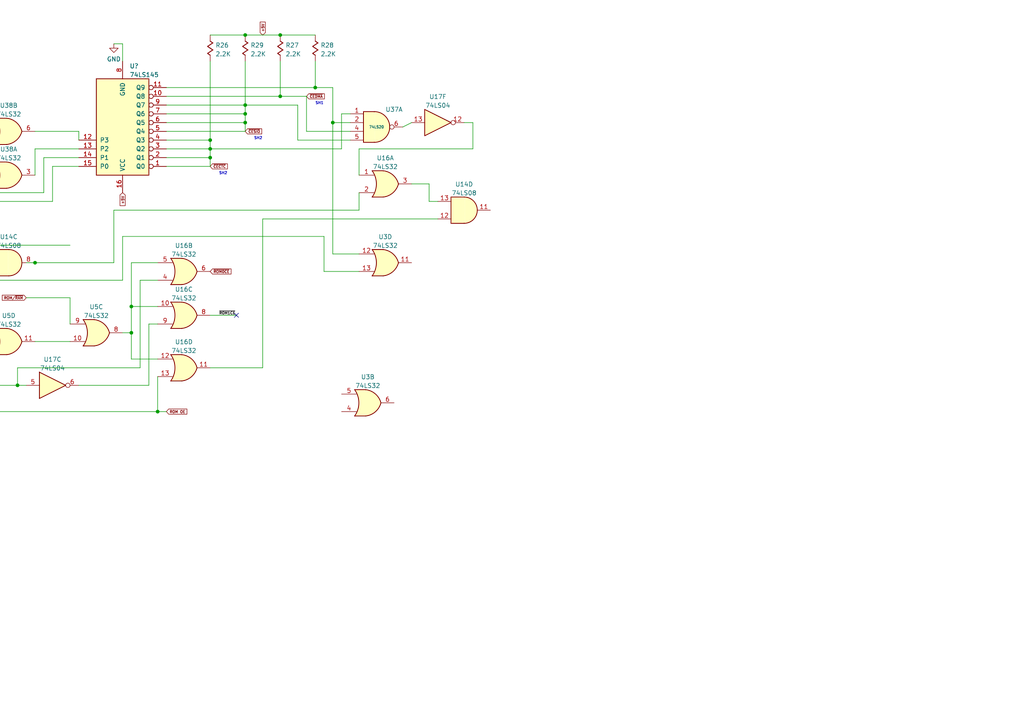
<source format=kicad_sch>
(kicad_sch (version 20211123) (generator eeschema)
  (paper "A4")
  (lib_symbols
    (symbol "74xx:74LS04"
      (property "Reference" "U" (at 0 1.27 0))
      (property "Value" "74LS04" (at 0 -1.27 0))
      (symbol "74LS04_1_0"
        (polyline (pts (xy -3.81 3.81) (xy -3.81 -3.81) (xy 3.81 0) (xy -3.81 3.81)) (stroke (width 0.254)) (fill (type background)))
        (pin input line (at -7.62 0 0) (length 3.81) (name "~") (number "1"))
        (pin output inverted (at 7.62 0 180) (length 3.81) (name "~") (number "2"))
      )
      (symbol "74LS04_2_0"
        (polyline (pts (xy -3.81 3.81) (xy -3.81 -3.81) (xy 3.81 0) (xy -3.81 3.81)) (stroke (width 0.254)) (fill (type background)))
        (pin input line (at -7.62 0 0) (length 3.81) (name "~") (number "3"))
        (pin output inverted (at 7.62 0 180) (length 3.81) (name "~") (number "4"))
      )
      (symbol "74LS04_3_0"
        (polyline (pts (xy -3.81 3.81) (xy -3.81 -3.81) (xy 3.81 0) (xy -3.81 3.81)) (stroke (width 0.254)) (fill (type background)))
        (pin input line (at -7.62 0 0) (length 3.81) (name "~") (number "5"))
        (pin output inverted (at 7.62 0 180) (length 3.81) (name "~") (number "6"))
      )
      (symbol "74LS04_4_0"
        (polyline (pts (xy -3.81 3.81) (xy -3.81 -3.81) (xy 3.81 0) (xy -3.81 3.81)) (stroke (width 0.254)) (fill (type background)))
        (pin output inverted (at 7.62 0 180) (length 3.81) (name "~") (number "8"))
        (pin input line (at -7.62 0 0) (length 3.81) (name "~") (number "9"))
      )
      (symbol "74LS04_5_0"
        (polyline (pts (xy -3.81 3.81) (xy -3.81 -3.81) (xy 3.81 0) (xy -3.81 3.81)) (stroke (width 0.254)) (fill (type background)))
        (pin output inverted (at 7.62 0 180) (length 3.81) (name "~") (number "10"))
        (pin input line (at -7.62 0 0) (length 3.81) (name "~") (number "11"))
      )
      (symbol "74LS04_6_0"
        (polyline (pts (xy -3.81 3.81) (xy -3.81 -3.81) (xy 3.81 0) (xy -3.81 3.81)) (stroke (width 0.254)) (fill (type background)))
        (pin output inverted (at 7.62 0 180) (length 3.81) (name "~") (number "12"))
        (pin input line (at -7.62 0 0) (length 3.81) (name "~") (number "13"))
      )
      (symbol "74LS04_7_0"
        (pin power_in line (at 0 12.7 270) (length 5.08) (name "VCC") (number "14"))
        (pin power_in line (at 0 -12.7 90) (length 5.08) (name "GND") (number "7"))
      )
      (symbol "74LS04_7_1"
        (rectangle (start -5.08 7.62) (end 5.08 -7.62) (stroke (width 0.254)) (fill (type background)))
      )
    )
    (symbol "74xx:74LS08" (pin_names (offset 1.016))
      (property "Reference" "U" (at 0 1.27 0))
      (property "Value" "74LS08" (at 0 -1.27 0))
      (symbol "74LS08_1_1"
        (arc (start 0 -3.81) (mid 3.81 0) (end 0 3.81) (stroke (width 0.254)) (fill (type background)))
        (polyline (pts (xy 0 3.81) (xy -3.81 3.81) (xy -3.81 -3.81) (xy 0 -3.81)) (stroke (width 0.254)) (fill (type background)))
        (pin input line (at -7.62 2.54 0) (length 3.81) (name "~") (number "1"))
        (pin input line (at -7.62 -2.54 0) (length 3.81) (name "~") (number "2"))
        (pin output line (at 7.62 0 180) (length 3.81) (name "~") (number "3"))
      )
      (symbol "74LS08_1_2"
        (arc (start -3.81 -3.81) (mid -2.589 0) (end -3.81 3.81) (stroke (width 0.254)))
        (arc (start -0.6096 -3.81) (mid 2.1842 -2.5851) (end 3.81 0) (stroke (width 0.254)) (fill (type background)))
        (polyline (pts (xy -3.81 -3.81) (xy -0.635 -3.81)) (stroke (width 0.254)) (fill (type background)))
        (polyline (pts (xy -3.81 3.81) (xy -0.635 3.81)) (stroke (width 0.254)) (fill (type background)))
        (polyline (pts (xy -0.635 3.81) (xy -3.81 3.81) (xy -3.81 3.81) (xy -3.556 3.4036) (xy -3.0226 2.2606) (xy -2.6924 1.0414) (xy -2.6162 -0.254) (xy -2.7686 -1.4986) (xy -3.175 -2.7178) (xy -3.81 -3.81) (xy -3.81 -3.81) (xy -0.635 -3.81)) (stroke (width -25.4)) (fill (type background)))
        (arc (start 3.81 0) (mid 2.1915 2.5936) (end -0.6096 3.81) (stroke (width 0.254)) (fill (type background)))
        (pin input inverted (at -7.62 2.54 0) (length 4.318) (name "~") (number "1"))
        (pin input inverted (at -7.62 -2.54 0) (length 4.318) (name "~") (number "2"))
        (pin output inverted (at 7.62 0 180) (length 3.81) (name "~") (number "3"))
      )
      (symbol "74LS08_2_1"
        (arc (start 0 -3.81) (mid 3.81 0) (end 0 3.81) (stroke (width 0.254)) (fill (type background)))
        (polyline (pts (xy 0 3.81) (xy -3.81 3.81) (xy -3.81 -3.81) (xy 0 -3.81)) (stroke (width 0.254)) (fill (type background)))
        (pin input line (at -7.62 2.54 0) (length 3.81) (name "~") (number "4"))
        (pin input line (at -7.62 -2.54 0) (length 3.81) (name "~") (number "5"))
        (pin output line (at 7.62 0 180) (length 3.81) (name "~") (number "6"))
      )
      (symbol "74LS08_2_2"
        (arc (start -3.81 -3.81) (mid -2.589 0) (end -3.81 3.81) (stroke (width 0.254)))
        (arc (start -0.6096 -3.81) (mid 2.1842 -2.5851) (end 3.81 0) (stroke (width 0.254)) (fill (type background)))
        (polyline (pts (xy -3.81 -3.81) (xy -0.635 -3.81)) (stroke (width 0.254)) (fill (type background)))
        (polyline (pts (xy -3.81 3.81) (xy -0.635 3.81)) (stroke (width 0.254)) (fill (type background)))
        (polyline (pts (xy -0.635 3.81) (xy -3.81 3.81) (xy -3.81 3.81) (xy -3.556 3.4036) (xy -3.0226 2.2606) (xy -2.6924 1.0414) (xy -2.6162 -0.254) (xy -2.7686 -1.4986) (xy -3.175 -2.7178) (xy -3.81 -3.81) (xy -3.81 -3.81) (xy -0.635 -3.81)) (stroke (width -25.4)) (fill (type background)))
        (arc (start 3.81 0) (mid 2.1915 2.5936) (end -0.6096 3.81) (stroke (width 0.254)) (fill (type background)))
        (pin input inverted (at -7.62 2.54 0) (length 4.318) (name "~") (number "4"))
        (pin input inverted (at -7.62 -2.54 0) (length 4.318) (name "~") (number "5"))
        (pin output inverted (at 7.62 0 180) (length 3.81) (name "~") (number "6"))
      )
      (symbol "74LS08_3_1"
        (arc (start 0 -3.81) (mid 3.81 0) (end 0 3.81) (stroke (width 0.254)) (fill (type background)))
        (polyline (pts (xy 0 3.81) (xy -3.81 3.81) (xy -3.81 -3.81) (xy 0 -3.81)) (stroke (width 0.254)) (fill (type background)))
        (pin input line (at -7.62 -2.54 0) (length 3.81) (name "~") (number "10"))
        (pin output line (at 7.62 0 180) (length 3.81) (name "~") (number "8"))
        (pin input line (at -7.62 2.54 0) (length 3.81) (name "~") (number "9"))
      )
      (symbol "74LS08_3_2"
        (arc (start -3.81 -3.81) (mid -2.589 0) (end -3.81 3.81) (stroke (width 0.254)))
        (arc (start -0.6096 -3.81) (mid 2.1842 -2.5851) (end 3.81 0) (stroke (width 0.254)) (fill (type background)))
        (polyline (pts (xy -3.81 -3.81) (xy -0.635 -3.81)) (stroke (width 0.254)) (fill (type background)))
        (polyline (pts (xy -3.81 3.81) (xy -0.635 3.81)) (stroke (width 0.254)) (fill (type background)))
        (polyline (pts (xy -0.635 3.81) (xy -3.81 3.81) (xy -3.81 3.81) (xy -3.556 3.4036) (xy -3.0226 2.2606) (xy -2.6924 1.0414) (xy -2.6162 -0.254) (xy -2.7686 -1.4986) (xy -3.175 -2.7178) (xy -3.81 -3.81) (xy -3.81 -3.81) (xy -0.635 -3.81)) (stroke (width -25.4)) (fill (type background)))
        (arc (start 3.81 0) (mid 2.1915 2.5936) (end -0.6096 3.81) (stroke (width 0.254)) (fill (type background)))
        (pin input inverted (at -7.62 -2.54 0) (length 4.318) (name "~") (number "10"))
        (pin output inverted (at 7.62 0 180) (length 3.81) (name "~") (number "8"))
        (pin input inverted (at -7.62 2.54 0) (length 4.318) (name "~") (number "9"))
      )
      (symbol "74LS08_4_1"
        (arc (start 0 -3.81) (mid 3.81 0) (end 0 3.81) (stroke (width 0.254)) (fill (type background)))
        (polyline (pts (xy 0 3.81) (xy -3.81 3.81) (xy -3.81 -3.81) (xy 0 -3.81)) (stroke (width 0.254)) (fill (type background)))
        (pin output line (at 7.62 0 180) (length 3.81) (name "~") (number "11"))
        (pin input line (at -7.62 2.54 0) (length 3.81) (name "~") (number "12"))
        (pin input line (at -7.62 -2.54 0) (length 3.81) (name "~") (number "13"))
      )
      (symbol "74LS08_4_2"
        (arc (start -3.81 -3.81) (mid -2.589 0) (end -3.81 3.81) (stroke (width 0.254)))
        (arc (start -0.6096 -3.81) (mid 2.1842 -2.5851) (end 3.81 0) (stroke (width 0.254)) (fill (type background)))
        (polyline (pts (xy -3.81 -3.81) (xy -0.635 -3.81)) (stroke (width 0.254)) (fill (type background)))
        (polyline (pts (xy -3.81 3.81) (xy -0.635 3.81)) (stroke (width 0.254)) (fill (type background)))
        (polyline (pts (xy -0.635 3.81) (xy -3.81 3.81) (xy -3.81 3.81) (xy -3.556 3.4036) (xy -3.0226 2.2606) (xy -2.6924 1.0414) (xy -2.6162 -0.254) (xy -2.7686 -1.4986) (xy -3.175 -2.7178) (xy -3.81 -3.81) (xy -3.81 -3.81) (xy -0.635 -3.81)) (stroke (width -25.4)) (fill (type background)))
        (arc (start 3.81 0) (mid 2.1915 2.5936) (end -0.6096 3.81) (stroke (width 0.254)) (fill (type background)))
        (pin output inverted (at 7.62 0 180) (length 3.81) (name "~") (number "11"))
        (pin input inverted (at -7.62 2.54 0) (length 4.318) (name "~") (number "12"))
        (pin input inverted (at -7.62 -2.54 0) (length 4.318) (name "~") (number "13"))
      )
      (symbol "74LS08_5_0"
        (pin power_in line (at 0 12.7 270) (length 5.08) (name "VCC") (number "14"))
        (pin power_in line (at 0 -12.7 90) (length 5.08) (name "GND") (number "7"))
      )
      (symbol "74LS08_5_1"
        (rectangle (start -5.08 7.62) (end 5.08 -7.62) (stroke (width 0.254)) (fill (type background)))
      )
    )
    (symbol "74xx:74LS145" (pin_names (offset 1.016))
      (property "Reference" "U" (at -7.62 13.97 0))
      (property "Value" "74LS145" (at -7.62 -16.51 0))
      (symbol "74LS145_1_0"
        (pin open_collector inverted (at 12.7 10.16 180) (length 5.08) (name "Q0") (number "1"))
        (pin open_collector inverted (at 12.7 -10.16 180) (length 5.08) (name "Q8") (number "10"))
        (pin open_collector inverted (at 12.7 -12.7 180) (length 5.08) (name "Q9") (number "11"))
        (pin input line (at -12.7 2.54 0) (length 5.08) (name "P3") (number "12"))
        (pin input line (at -12.7 5.08 0) (length 5.08) (name "P2") (number "13"))
        (pin input line (at -12.7 7.62 0) (length 5.08) (name "P1") (number "14"))
        (pin input line (at -12.7 10.16 0) (length 5.08) (name "P0") (number "15"))
        (pin power_in line (at 0 17.78 270) (length 5.08) (name "VCC") (number "16"))
        (pin open_collector inverted (at 12.7 7.62 180) (length 5.08) (name "Q1") (number "2"))
        (pin open_collector inverted (at 12.7 5.08 180) (length 5.08) (name "Q2") (number "3"))
        (pin open_collector inverted (at 12.7 2.54 180) (length 5.08) (name "Q3") (number "4"))
        (pin open_collector inverted (at 12.7 0 180) (length 5.08) (name "Q4") (number "5"))
        (pin open_collector inverted (at 12.7 -2.54 180) (length 5.08) (name "Q5") (number "6"))
        (pin open_collector inverted (at 12.7 -5.08 180) (length 5.08) (name "Q6") (number "7"))
        (pin power_in line (at 0 -20.32 90) (length 5.08) (name "GND") (number "8"))
        (pin open_collector inverted (at 12.7 -7.62 180) (length 5.08) (name "Q7") (number "9"))
      )
      (symbol "74LS145_1_1"
        (rectangle (start -7.62 12.7) (end 7.62 -15.24) (stroke (width 0.254)) (fill (type background)))
      )
    )
    (symbol "74xx:74LS20" (pin_names (offset 1.016))
      (property "Reference" "U" (at 0 1.27 0))
      (property "Value" "74LS20" (at 0 -1.27 0))
      (symbol "74LS20_1_1"
        (arc (start -0.635 -4.445) (mid 3.81 0) (end -0.635 4.445) (stroke (width 0.254)) (fill (type background)))
        (polyline (pts (xy -0.635 4.445) (xy -3.81 4.445) (xy -3.81 -4.445) (xy -0.635 -4.445)) (stroke (width 0.254)) (fill (type background)))
        (pin input line (at -7.62 3.81 0) (length 3.81) (name "~") (number "1"))
        (pin input line (at -7.62 1.27 0) (length 3.81) (name "~") (number "2"))
        (pin input line (at -7.62 -1.27 0) (length 3.81) (name "~") (number "4"))
        (pin input line (at -7.62 -3.81 0) (length 3.81) (name "~") (number "5"))
        (pin output inverted (at 7.62 0 180) (length 3.81) (name "~") (number "6"))
      )
      (symbol "74LS20_1_2"
        (arc (start -3.81 -4.445) (mid -2.5908 0) (end -3.81 4.445) (stroke (width 0.254)))
        (arc (start -0.6096 -4.445) (mid 2.2246 -2.8422) (end 3.81 0) (stroke (width 0.254)) (fill (type background)))
        (polyline (pts (xy -3.81 -4.445) (xy -0.635 -4.445)) (stroke (width 0.254)) (fill (type background)))
        (polyline (pts (xy -3.81 4.445) (xy -0.635 4.445)) (stroke (width 0.254)) (fill (type background)))
        (polyline (pts (xy -0.635 4.445) (xy -3.81 4.445) (xy -3.81 4.445) (xy -3.6322 4.0894) (xy -3.0988 2.921) (xy -2.7686 1.6764) (xy -2.6162 0.4318) (xy -2.6416 -0.8636) (xy -2.8702 -2.1082) (xy -3.2512 -3.3274) (xy -3.81 -4.445) (xy -3.81 -4.445) (xy -0.635 -4.445)) (stroke (width -25.4)) (fill (type background)))
        (arc (start 3.81 0) (mid 2.2204 2.8379) (end -0.6096 4.445) (stroke (width 0.254)) (fill (type background)))
        (pin input inverted (at -7.62 3.81 0) (length 3.81) (name "~") (number "1"))
        (pin input inverted (at -7.62 1.27 0) (length 4.826) (name "~") (number "2"))
        (pin input inverted (at -7.62 -1.27 0) (length 4.826) (name "~") (number "4"))
        (pin input inverted (at -7.62 -3.81 0) (length 3.81) (name "~") (number "5"))
        (pin output line (at 7.62 0 180) (length 3.81) (name "~") (number "6"))
      )
      (symbol "74LS20_2_1"
        (arc (start -0.635 -4.445) (mid 3.81 0) (end -0.635 4.445) (stroke (width 0.254)) (fill (type background)))
        (polyline (pts (xy -0.635 4.445) (xy -3.81 4.445) (xy -3.81 -4.445) (xy -0.635 -4.445)) (stroke (width 0.254)) (fill (type background)))
        (pin input line (at -7.62 1.27 0) (length 3.81) (name "~") (number "10"))
        (pin input line (at -7.62 -1.27 0) (length 3.81) (name "~") (number "12"))
        (pin input line (at -7.62 -3.81 0) (length 3.81) (name "~") (number "13"))
        (pin output inverted (at 7.62 0 180) (length 3.81) (name "~") (number "8"))
        (pin input line (at -7.62 3.81 0) (length 3.81) (name "~") (number "9"))
      )
      (symbol "74LS20_2_2"
        (arc (start -3.81 -4.445) (mid -2.5908 0) (end -3.81 4.445) (stroke (width 0.254)))
        (arc (start -0.6096 -4.445) (mid 2.2246 -2.8422) (end 3.81 0) (stroke (width 0.254)) (fill (type background)))
        (polyline (pts (xy -3.81 -4.445) (xy -0.635 -4.445)) (stroke (width 0.254)) (fill (type background)))
        (polyline (pts (xy -3.81 4.445) (xy -0.635 4.445)) (stroke (width 0.254)) (fill (type background)))
        (polyline (pts (xy -0.635 4.445) (xy -3.81 4.445) (xy -3.81 4.445) (xy -3.6322 4.0894) (xy -3.0988 2.921) (xy -2.7686 1.6764) (xy -2.6162 0.4318) (xy -2.6416 -0.8636) (xy -2.8702 -2.1082) (xy -3.2512 -3.3274) (xy -3.81 -4.445) (xy -3.81 -4.445) (xy -0.635 -4.445)) (stroke (width -25.4)) (fill (type background)))
        (arc (start 3.81 0) (mid 2.2204 2.8379) (end -0.6096 4.445) (stroke (width 0.254)) (fill (type background)))
        (pin input inverted (at -7.62 1.27 0) (length 4.826) (name "~") (number "10"))
        (pin input inverted (at -7.62 -1.27 0) (length 4.826) (name "~") (number "12"))
        (pin input inverted (at -7.62 -3.81 0) (length 3.81) (name "~") (number "13"))
        (pin output line (at 7.62 0 180) (length 3.81) (name "~") (number "8"))
        (pin input inverted (at -7.62 3.81 0) (length 3.81) (name "~") (number "9"))
      )
      (symbol "74LS20_3_0"
        (pin power_in line (at 0 12.7 270) (length 5.08) (name "VCC") (number "14"))
        (pin power_in line (at 0 -12.7 90) (length 5.08) (name "GND") (number "7"))
      )
      (symbol "74LS20_3_1"
        (rectangle (start -5.08 7.62) (end 5.08 -7.62) (stroke (width 0.254)) (fill (type background)))
      )
    )
    (symbol "74xx:74LS32" (pin_names (offset 1.016))
      (property "Reference" "U" (at 0 1.27 0))
      (property "Value" "74LS32" (at 0 -1.27 0))
      (symbol "74LS32_1_1"
        (arc (start -3.81 -3.81) (mid -2.589 0) (end -3.81 3.81) (stroke (width 0.254)))
        (arc (start -0.6096 -3.81) (mid 2.1842 -2.5851) (end 3.81 0) (stroke (width 0.254)) (fill (type background)))
        (polyline (pts (xy -3.81 -3.81) (xy -0.635 -3.81)) (stroke (width 0.254)) (fill (type background)))
        (polyline (pts (xy -3.81 3.81) (xy -0.635 3.81)) (stroke (width 0.254)) (fill (type background)))
        (polyline (pts (xy -0.635 3.81) (xy -3.81 3.81) (xy -3.81 3.81) (xy -3.556 3.4036) (xy -3.0226 2.2606) (xy -2.6924 1.0414) (xy -2.6162 -0.254) (xy -2.7686 -1.4986) (xy -3.175 -2.7178) (xy -3.81 -3.81) (xy -3.81 -3.81) (xy -0.635 -3.81)) (stroke (width -25.4)) (fill (type background)))
        (arc (start 3.81 0) (mid 2.1915 2.5936) (end -0.6096 3.81) (stroke (width 0.254)) (fill (type background)))
        (pin input line (at -7.62 2.54 0) (length 4.318) (name "~") (number "1"))
        (pin input line (at -7.62 -2.54 0) (length 4.318) (name "~") (number "2"))
        (pin output line (at 7.62 0 180) (length 3.81) (name "~") (number "3"))
      )
      (symbol "74LS32_1_2"
        (arc (start 0 -3.81) (mid 3.81 0) (end 0 3.81) (stroke (width 0.254)) (fill (type background)))
        (polyline (pts (xy 0 3.81) (xy -3.81 3.81) (xy -3.81 -3.81) (xy 0 -3.81)) (stroke (width 0.254)) (fill (type background)))
        (pin input inverted (at -7.62 2.54 0) (length 3.81) (name "~") (number "1"))
        (pin input inverted (at -7.62 -2.54 0) (length 3.81) (name "~") (number "2"))
        (pin output inverted (at 7.62 0 180) (length 3.81) (name "~") (number "3"))
      )
      (symbol "74LS32_2_1"
        (arc (start -3.81 -3.81) (mid -2.589 0) (end -3.81 3.81) (stroke (width 0.254)))
        (arc (start -0.6096 -3.81) (mid 2.1842 -2.5851) (end 3.81 0) (stroke (width 0.254)) (fill (type background)))
        (polyline (pts (xy -3.81 -3.81) (xy -0.635 -3.81)) (stroke (width 0.254)) (fill (type background)))
        (polyline (pts (xy -3.81 3.81) (xy -0.635 3.81)) (stroke (width 0.254)) (fill (type background)))
        (polyline (pts (xy -0.635 3.81) (xy -3.81 3.81) (xy -3.81 3.81) (xy -3.556 3.4036) (xy -3.0226 2.2606) (xy -2.6924 1.0414) (xy -2.6162 -0.254) (xy -2.7686 -1.4986) (xy -3.175 -2.7178) (xy -3.81 -3.81) (xy -3.81 -3.81) (xy -0.635 -3.81)) (stroke (width -25.4)) (fill (type background)))
        (arc (start 3.81 0) (mid 2.1915 2.5936) (end -0.6096 3.81) (stroke (width 0.254)) (fill (type background)))
        (pin input line (at -7.62 2.54 0) (length 4.318) (name "~") (number "4"))
        (pin input line (at -7.62 -2.54 0) (length 4.318) (name "~") (number "5"))
        (pin output line (at 7.62 0 180) (length 3.81) (name "~") (number "6"))
      )
      (symbol "74LS32_2_2"
        (arc (start 0 -3.81) (mid 3.81 0) (end 0 3.81) (stroke (width 0.254)) (fill (type background)))
        (polyline (pts (xy 0 3.81) (xy -3.81 3.81) (xy -3.81 -3.81) (xy 0 -3.81)) (stroke (width 0.254)) (fill (type background)))
        (pin input inverted (at -7.62 2.54 0) (length 3.81) (name "~") (number "4"))
        (pin input inverted (at -7.62 -2.54 0) (length 3.81) (name "~") (number "5"))
        (pin output inverted (at 7.62 0 180) (length 3.81) (name "~") (number "6"))
      )
      (symbol "74LS32_3_1"
        (arc (start -3.81 -3.81) (mid -2.589 0) (end -3.81 3.81) (stroke (width 0.254)))
        (arc (start -0.6096 -3.81) (mid 2.1842 -2.5851) (end 3.81 0) (stroke (width 0.254)) (fill (type background)))
        (polyline (pts (xy -3.81 -3.81) (xy -0.635 -3.81)) (stroke (width 0.254)) (fill (type background)))
        (polyline (pts (xy -3.81 3.81) (xy -0.635 3.81)) (stroke (width 0.254)) (fill (type background)))
        (polyline (pts (xy -0.635 3.81) (xy -3.81 3.81) (xy -3.81 3.81) (xy -3.556 3.4036) (xy -3.0226 2.2606) (xy -2.6924 1.0414) (xy -2.6162 -0.254) (xy -2.7686 -1.4986) (xy -3.175 -2.7178) (xy -3.81 -3.81) (xy -3.81 -3.81) (xy -0.635 -3.81)) (stroke (width -25.4)) (fill (type background)))
        (arc (start 3.81 0) (mid 2.1915 2.5936) (end -0.6096 3.81) (stroke (width 0.254)) (fill (type background)))
        (pin input line (at -7.62 -2.54 0) (length 4.318) (name "~") (number "10"))
        (pin output line (at 7.62 0 180) (length 3.81) (name "~") (number "8"))
        (pin input line (at -7.62 2.54 0) (length 4.318) (name "~") (number "9"))
      )
      (symbol "74LS32_3_2"
        (arc (start 0 -3.81) (mid 3.81 0) (end 0 3.81) (stroke (width 0.254)) (fill (type background)))
        (polyline (pts (xy 0 3.81) (xy -3.81 3.81) (xy -3.81 -3.81) (xy 0 -3.81)) (stroke (width 0.254)) (fill (type background)))
        (pin input inverted (at -7.62 -2.54 0) (length 3.81) (name "~") (number "10"))
        (pin output inverted (at 7.62 0 180) (length 3.81) (name "~") (number "8"))
        (pin input inverted (at -7.62 2.54 0) (length 3.81) (name "~") (number "9"))
      )
      (symbol "74LS32_4_1"
        (arc (start -3.81 -3.81) (mid -2.589 0) (end -3.81 3.81) (stroke (width 0.254)))
        (arc (start -0.6096 -3.81) (mid 2.1842 -2.5851) (end 3.81 0) (stroke (width 0.254)) (fill (type background)))
        (polyline (pts (xy -3.81 -3.81) (xy -0.635 -3.81)) (stroke (width 0.254)) (fill (type background)))
        (polyline (pts (xy -3.81 3.81) (xy -0.635 3.81)) (stroke (width 0.254)) (fill (type background)))
        (polyline (pts (xy -0.635 3.81) (xy -3.81 3.81) (xy -3.81 3.81) (xy -3.556 3.4036) (xy -3.0226 2.2606) (xy -2.6924 1.0414) (xy -2.6162 -0.254) (xy -2.7686 -1.4986) (xy -3.175 -2.7178) (xy -3.81 -3.81) (xy -3.81 -3.81) (xy -0.635 -3.81)) (stroke (width -25.4)) (fill (type background)))
        (arc (start 3.81 0) (mid 2.1915 2.5936) (end -0.6096 3.81) (stroke (width 0.254)) (fill (type background)))
        (pin output line (at 7.62 0 180) (length 3.81) (name "~") (number "11"))
        (pin input line (at -7.62 2.54 0) (length 4.318) (name "~") (number "12"))
        (pin input line (at -7.62 -2.54 0) (length 4.318) (name "~") (number "13"))
      )
      (symbol "74LS32_4_2"
        (arc (start 0 -3.81) (mid 3.81 0) (end 0 3.81) (stroke (width 0.254)) (fill (type background)))
        (polyline (pts (xy 0 3.81) (xy -3.81 3.81) (xy -3.81 -3.81) (xy 0 -3.81)) (stroke (width 0.254)) (fill (type background)))
        (pin output inverted (at 7.62 0 180) (length 3.81) (name "~") (number "11"))
        (pin input inverted (at -7.62 2.54 0) (length 3.81) (name "~") (number "12"))
        (pin input inverted (at -7.62 -2.54 0) (length 3.81) (name "~") (number "13"))
      )
      (symbol "74LS32_5_0"
        (pin power_in line (at 0 12.7 270) (length 5.08) (name "VCC") (number "14"))
        (pin power_in line (at 0 -12.7 90) (length 5.08) (name "GND") (number "7"))
      )
      (symbol "74LS32_5_1"
        (rectangle (start -5.08 7.62) (end 5.08 -7.62) (stroke (width 0.254)) (fill (type background)))
      )
    )
    (symbol "ArfonSymbols:Resistor" (pin_numbers hide) (pin_names (offset 0) hide)
      (property "Reference" "R?" (at 3.81 2.54 0))
      (property "Value" "Resistor" (at 4.318 -1.778 0))
      (symbol "Resistor_0_1"
        (polyline (pts (xy 1.778 0) (xy 1.27 0)))
        (polyline (pts (xy 3.302 -0.762) (xy 3.81 0)) (stroke (width 0.254)))
        (polyline (pts (xy 5.334 -0.762) (xy 5.842 0)) (stroke (width 0.254)))
        (polyline (pts (xy 5.842 0) (xy 6.35 0)))
        (polyline (pts (xy 1.778 0) (xy 2.286 0.762) (xy 3.302 -0.762)) (stroke (width 0.254)))
      )
      (symbol "Resistor_1_1"
        (polyline (pts (xy 3.81 0) (xy 4.318 0.762) (xy 5.334 -0.762)) (stroke (width 0.254)))
        (pin passive line (at 0 0 0) (length 1.27) (name "1") (number "1"))
        (pin passive line (at 7.62 0 180) (length 1.27) (name "2") (number "2"))
      )
    )
    (symbol "Resistor_1" (pin_numbers hide) (pin_names (offset 0) hide)
      (property "Reference" "R?" (at 3.81 2.54 0))
      (property "Value" "Resistor_1" (at 4.318 -1.778 0))
      (symbol "Resistor_1_0_1"
        (polyline (pts (xy 1.778 0) (xy 1.27 0)))
        (polyline (pts (xy 3.302 -0.762) (xy 3.81 0)) (stroke (width 0.254)))
        (polyline (pts (xy 5.334 -0.762) (xy 5.842 0)) (stroke (width 0.254)))
        (polyline (pts (xy 5.842 0) (xy 6.35 0)))
        (polyline (pts (xy 1.778 0) (xy 2.286 0.762) (xy 3.302 -0.762)) (stroke (width 0.254)))
      )
      (symbol "Resistor_1_1_1"
        (polyline (pts (xy 3.81 0) (xy 4.318 0.762) (xy 5.334 -0.762)) (stroke (width 0.254)))
        (pin passive line (at 0 0 0) (length 1.27) (name "1") (number "1"))
        (pin passive line (at 7.62 0 180) (length 1.27) (name "2") (number "2"))
      )
    )
    (symbol "Resistor_2" (pin_numbers hide) (pin_names (offset 0) hide)
      (property "Reference" "R?" (at 3.81 2.54 0))
      (property "Value" "Resistor_2" (at 4.318 -1.778 0))
      (symbol "Resistor_2_0_1"
        (polyline (pts (xy 1.778 0) (xy 1.27 0)))
        (polyline (pts (xy 3.302 -0.762) (xy 3.81 0)) (stroke (width 0.254)))
        (polyline (pts (xy 5.334 -0.762) (xy 5.842 0)) (stroke (width 0.254)))
        (polyline (pts (xy 5.842 0) (xy 6.35 0)))
        (polyline (pts (xy 1.778 0) (xy 2.286 0.762) (xy 3.302 -0.762)) (stroke (width 0.254)))
      )
      (symbol "Resistor_2_1_1"
        (polyline (pts (xy 3.81 0) (xy 4.318 0.762) (xy 5.334 -0.762)) (stroke (width 0.254)))
        (pin passive line (at 0 0 0) (length 1.27) (name "1") (number "1"))
        (pin passive line (at 7.62 0 180) (length 1.27) (name "2") (number "2"))
      )
    )
    (symbol "Resistor_3" (pin_numbers hide) (pin_names (offset 0) hide)
      (property "Reference" "R?" (at 3.81 2.54 0))
      (property "Value" "Resistor_3" (at 4.318 -1.778 0))
      (symbol "Resistor_3_0_1"
        (polyline (pts (xy 1.778 0) (xy 1.27 0)))
        (polyline (pts (xy 3.302 -0.762) (xy 3.81 0)) (stroke (width 0.254)))
        (polyline (pts (xy 5.334 -0.762) (xy 5.842 0)) (stroke (width 0.254)))
        (polyline (pts (xy 5.842 0) (xy 6.35 0)))
        (polyline (pts (xy 1.778 0) (xy 2.286 0.762) (xy 3.302 -0.762)) (stroke (width 0.254)))
      )
      (symbol "Resistor_3_1_1"
        (polyline (pts (xy 3.81 0) (xy 4.318 0.762) (xy 5.334 -0.762)) (stroke (width 0.254)))
        (pin passive line (at 0 0 0) (length 1.27) (name "1") (number "1"))
        (pin passive line (at 7.62 0 180) (length 1.27) (name "2") (number "2"))
      )
    )
    (symbol "power:GND" (power) (pin_names (offset 0))
      (property "Value" "GND" (at 0 -3.81 0))
      (symbol "GND_0_1"
        (polyline (pts (xy 0 0) (xy 0 -1.27) (xy 1.27 -1.27) (xy 0 -2.54) (xy -1.27 -1.27) (xy 0 -1.27)))
      )
      (symbol "GND_1_1"
        (pin power_in line (at 0 0 270) (length 0) hide (name "GND") (number "1"))
      )
    )
  )
  (junction (at 38.1 96.52))
  (junction (at 60.96 45.72))
  (junction (at 10.16 76.2))
  (junction (at 71.12 10.16))
  (junction (at 71.12 35.56))
  (junction (at -10.16 40.64))
  (junction (at 96.52 35.56))
  (junction (at 71.12 33.02))
  (junction (at 91.44 25.4))
  (junction (at -27.94 78.74))
  (junction (at 60.96 40.64))
  (junction (at -5.08 81.28))
  (junction (at 60.96 43.18))
  (junction (at 38.1 88.9))
  (junction (at 81.28 10.16))
  (junction (at 45.72 119.38))
  (junction (at -5.08 71.12))
  (junction (at 81.28 27.94))
  (junction (at 5.08 111.76))
  (junction (at 71.12 30.48))
  (no_connect (at 68.58 91.44))
  (bus_entry (at -50.8 129.54) (size 2.54 2.54))
  (bus_entry (at -50.8 119.38) (size 2.54 2.54))
  (bus_entry (at -50.8 127) (size 2.54 2.54))
  (bus_entry (at -50.8 99.06) (size 2.54 2.54))
  (bus_entry (at -50.8 101.6) (size 2.54 2.54))
  (bus_entry (at -50.8 109.22) (size 2.54 2.54))
  (bus_entry (at -50.8 116.84) (size 2.54 2.54))
  (bus_entry (at -50.8 81.28) (size 2.54 2.54))
  (bus_entry (at -50.8 88.9) (size 2.54 2.54))
  (bus_entry (at -50.8 91.44) (size 2.54 2.54))
  (bus_entry (at -50.8 76.2) (size 2.54 2.54))
  (bus_entry (at -50.8 71.12) (size 2.54 2.54))
  (bus_entry (at -50.8 25.4) (size 2.54 2.54))
  (bus_entry (at -50.8 30.48) (size 2.54 2.54))
  (bus_entry (at -50.8 33.02) (size 2.54 2.54))
  (bus_entry (at -50.8 35.56) (size 2.54 2.54))
  (bus_entry (at -50.8 27.94) (size 2.54 2.54))
  (bus_entry (at -50.8 38.1) (size 2.54 2.54))
  (bus_entry (at -50.8 40.64) (size 2.54 2.54))
  (bus_entry (at -50.8 43.18) (size 2.54 2.54))
  (wire (pts (xy 71.12 17.78) (xy 71.12 30.48)))
  (wire (pts (xy -7.62 101.6) (xy -7.62 104.14)))
  (wire (pts (xy -12.7 53.34) (xy -5.08 53.34)))
  (wire (pts (xy -33.02 73.66) (xy -33.02 68.58)))
  (wire (pts (xy 96.52 35.56) (xy 101.6 35.56)))
  (wire (pts (xy 38.1 88.9) (xy 45.72 88.9)))
  (wire (pts (xy 48.26 45.72) (xy 60.96 45.72)))
  (wire (pts (xy 104.14 60.96) (xy 104.14 55.88)))
  (wire (pts (xy 48.26 48.26) (xy 60.96 48.26)))
  (bus (pts (xy -50.8 119.38) (xy -50.8 116.84)))
  (bus (pts (xy -50.8 38.1) (xy -50.8 35.56)))
  (bus (pts (xy -50.8 43.18) (xy -50.8 40.64)))
  (wire (pts (xy -5.08 78.74) (xy -5.08 81.28)))
  (bus (pts (xy -50.8 101.6) (xy -50.8 99.06)))
  (wire (pts (xy -10.16 48.26) (xy -5.08 48.26)))
  (wire (pts (xy -35.56 35.56) (xy -30.48 35.56)))
  (bus (pts (xy -50.8 127) (xy -50.8 119.38)))
  (wire (pts (xy -48.26 119.38) (xy -27.94 119.38)))
  (wire (pts (xy -48.26 93.98) (xy -27.94 93.98)))
  (wire (pts (xy 12.7 45.72) (xy 22.86 45.72)))
  (wire (pts (xy -12.7 81.28) (xy -5.08 81.28)))
  (wire (pts (xy 104.14 43.18) (xy 104.14 50.8)))
  (wire (pts (xy 45.72 119.38) (xy 45.72 109.22)))
  (wire (pts (xy 81.28 27.94) (xy 88.9 27.94)))
  (wire (pts (xy 40.64 81.28) (xy 40.64 106.68)))
  (wire (pts (xy 38.1 96.52) (xy 38.1 104.14)))
  (wire (pts (xy 91.44 25.4) (xy 91.44 17.78)))
  (wire (pts (xy 10.16 99.06) (xy 20.32 99.06)))
  (wire (pts (xy 127 58.42) (xy 124.46 58.42)))
  (bus (pts (xy -50.8 91.44) (xy -50.8 88.9)))
  (wire (pts (xy -48.26 35.56) (xy -38.1 35.56)))
  (bus (pts (xy -50.8 25.4) (xy -50.8 15.24)))
  (wire (pts (xy -12.7 71.12) (xy -5.08 71.12)))
  (bus (pts (xy -50.8 27.94) (xy -50.8 25.4)))
  (wire (pts (xy 40.64 81.28) (xy 45.72 81.28)))
  (wire (pts (xy 48.26 38.1) (xy 71.12 38.1)))
  (wire (pts (xy 33.02 76.2) (xy 33.02 60.96)))
  (wire (pts (xy 7.62 86.36) (xy 20.32 86.36)))
  (wire (pts (xy -12.7 93.98) (xy -7.62 93.98)))
  (wire (pts (xy 10.16 76.2) (xy 33.02 76.2)))
  (wire (pts (xy 93.98 78.74) (xy 104.14 78.74)))
  (wire (pts (xy 101.6 40.64) (xy 86.36 40.64)))
  (wire (pts (xy 134.62 35.56) (xy 137.16 35.56)))
  (bus (pts (xy -50.8 81.28) (xy -50.8 76.2)))
  (wire (pts (xy -48.26 40.64) (xy -12.7 40.64)))
  (wire (pts (xy 71.12 30.48) (xy 71.12 33.02)))
  (wire (pts (xy 10.16 38.1) (xy 22.86 38.1)))
  (wire (pts (xy 86.36 40.64) (xy 86.36 30.48)))
  (wire (pts (xy -17.78 58.42) (xy 15.24 58.42)))
  (wire (pts (xy -48.26 83.82) (xy -27.94 83.82)))
  (wire (pts (xy 71.12 33.02) (xy 71.12 35.56)))
  (wire (pts (xy 48.26 35.56) (xy 71.12 35.56)))
  (wire (pts (xy 35.56 12.7) (xy 35.56 17.78)))
  (wire (pts (xy 88.9 38.1) (xy 88.9 27.94)))
  (wire (pts (xy -38.1 35.56) (xy -38.1 25.4)))
  (wire (pts (xy -48.26 132.08) (xy -27.94 132.08)))
  (wire (pts (xy 35.56 68.58) (xy 93.98 68.58)))
  (wire (pts (xy -7.62 104.14) (xy -12.7 104.14)))
  (wire (pts (xy 48.26 43.18) (xy 60.96 43.18)))
  (wire (pts (xy -48.26 45.72) (xy -17.78 45.72)))
  (wire (pts (xy -5.08 71.12) (xy -5.08 73.66)))
  (wire (pts (xy 35.56 96.52) (xy 38.1 96.52)))
  (wire (pts (xy -5.08 101.6) (xy -7.62 101.6)))
  (wire (pts (xy 96.52 25.4) (xy 91.44 25.4)))
  (wire (pts (xy -27.94 93.98) (xy -27.94 96.52)))
  (wire (pts (xy 33.02 60.96) (xy 104.14 60.96)))
  (wire (pts (xy 71.12 10.16) (xy 81.28 10.16)))
  (wire (pts (xy -27.94 119.38) (xy -27.94 116.84)))
  (wire (pts (xy -30.48 25.4) (xy -30.48 27.94)))
  (bus (pts (xy -50.8 33.02) (xy -50.8 30.48)))
  (bus (pts (xy -50.8 88.9) (xy -50.8 81.28)))
  (wire (pts (xy 7.62 76.2) (xy 10.16 76.2)))
  (wire (pts (xy -10.16 40.64) (xy -5.08 40.64)))
  (wire (pts (xy 93.98 68.58) (xy 93.98 78.74)))
  (wire (pts (xy 5.08 111.76) (xy 5.08 106.68)))
  (wire (pts (xy -38.1 25.4) (xy -30.48 25.4)))
  (wire (pts (xy 60.96 43.18) (xy 99.06 43.18)))
  (wire (pts (xy 5.08 106.68) (xy 40.64 106.68)))
  (wire (pts (xy -15.24 43.18) (xy -15.24 55.88)))
  (bus (pts (xy -50.8 40.64) (xy -50.8 38.1)))
  (wire (pts (xy 38.1 76.2) (xy 45.72 76.2)))
  (wire (pts (xy 60.96 106.68) (xy 76.2 106.68)))
  (wire (pts (xy 5.08 111.76) (xy 7.62 111.76)))
  (bus (pts (xy -50.8 35.56) (xy -50.8 33.02)))
  (wire (pts (xy 76.2 63.5) (xy 127 63.5)))
  (wire (pts (xy -5.08 81.28) (xy 35.56 81.28)))
  (wire (pts (xy 10.16 43.18) (xy 22.86 43.18)))
  (bus (pts (xy -50.8 76.2) (xy -50.8 71.12)))
  (wire (pts (xy 96.52 73.66) (xy 104.14 73.66)))
  (wire (pts (xy 45.72 119.38) (xy 48.26 119.38)))
  (wire (pts (xy 48.26 27.94) (xy 81.28 27.94)))
  (wire (pts (xy -48.26 129.54) (xy -27.94 129.54)))
  (wire (pts (xy -48.26 101.6) (xy -27.94 101.6)))
  (wire (pts (xy 81.28 10.16) (xy 91.44 10.16)))
  (wire (pts (xy -15.24 31.75) (xy -10.16 31.75)))
  (wire (pts (xy -10.16 31.75) (xy -10.16 40.64)))
  (wire (pts (xy -15.24 55.88) (xy 12.7 55.88)))
  (wire (pts (xy 48.26 33.02) (xy 71.12 33.02)))
  (wire (pts (xy 22.86 38.1) (xy 22.86 40.64)))
  (bus (pts (xy -50.8 30.48) (xy -50.8 27.94)))
  (wire (pts (xy 116.84 36.83) (xy 119.38 35.56)))
  (bus (pts (xy -50.8 99.06) (xy -50.8 91.44)))
  (wire (pts (xy 96.52 25.4) (xy 96.52 35.56)))
  (wire (pts (xy 124.46 58.42) (xy 124.46 53.34)))
  (bus (pts (xy -50.8 15.24) (xy -25.4 15.24)))
  (wire (pts (xy 60.96 17.78) (xy 60.96 40.64)))
  (wire (pts (xy -48.26 73.66) (xy -33.02 73.66)))
  (wire (pts (xy 43.18 93.98) (xy 45.72 93.98)))
  (wire (pts (xy 22.86 111.76) (xy 43.18 111.76)))
  (wire (pts (xy -33.02 27.94) (xy -33.02 30.48)))
  (wire (pts (xy -33.02 68.58) (xy -27.94 68.58)))
  (wire (pts (xy -48.26 104.14) (xy -27.94 104.14)))
  (wire (pts (xy -27.94 104.14) (xy -27.94 106.68)))
  (wire (pts (xy 101.6 38.1) (xy 88.9 38.1)))
  (wire (pts (xy -10.16 40.64) (xy -10.16 48.26)))
  (wire (pts (xy -48.26 38.1) (xy -5.08 38.1)))
  (wire (pts (xy 101.6 33.02) (xy 99.06 33.02)))
  (wire (pts (xy 86.36 30.48) (xy 71.12 30.48)))
  (wire (pts (xy 99.06 33.02) (xy 99.06 43.18)))
  (wire (pts (xy -17.78 45.72) (xy -17.78 58.42)))
  (bus (pts (xy -50.8 129.54) (xy -50.8 127)))
  (wire (pts (xy 96.52 35.56) (xy 96.52 73.66)))
  (wire (pts (xy -5.08 35.56) (xy -5.08 38.1)))
  (wire (pts (xy 60.96 10.16) (xy 71.12 10.16)))
  (wire (pts (xy 15.24 48.26) (xy 22.86 48.26)))
  (wire (pts (xy -48.26 78.74) (xy -27.94 78.74)))
  (wire (pts (xy 71.12 35.56) (xy 71.12 38.1)))
  (wire (pts (xy 119.38 53.34) (xy 124.46 53.34)))
  (bus (pts (xy -50.8 71.12) (xy -50.8 43.18)))
  (wire (pts (xy 20.32 93.98) (xy 20.32 86.36)))
  (wire (pts (xy -7.62 93.98) (xy -7.62 96.52)))
  (wire (pts (xy 60.96 40.64) (xy 60.96 43.18)))
  (wire (pts (xy -48.26 30.48) (xy -35.56 30.48)))
  (wire (pts (xy 137.16 43.18) (xy 104.14 43.18)))
  (wire (pts (xy -27.94 132.08) (xy -27.94 134.62)))
  (wire (pts (xy 48.26 30.48) (xy 71.12 30.48)))
  (wire (pts (xy 15.24 58.42) (xy 15.24 48.26)))
  (wire (pts (xy 35.56 81.28) (xy 35.56 68.58)))
  (wire (pts (xy -12.7 40.64) (xy -12.7 53.34)))
  (wire (pts (xy -5.08 71.12) (xy 20.32 71.12)))
  (wire (pts (xy -48.26 43.18) (xy -15.24 43.18)))
  (wire (pts (xy 76.2 106.68) (xy 76.2 63.5)))
  (wire (pts (xy -48.26 27.94) (xy -33.02 27.94)))
  (wire (pts (xy 81.28 17.78) (xy 81.28 27.94)))
  (wire (pts (xy -27.94 73.66) (xy -27.94 78.74)))
  (wire (pts (xy -12.7 119.38) (xy 45.72 119.38)))
  (wire (pts (xy -48.26 111.76) (xy 5.08 111.76)))
  (wire (pts (xy -48.26 91.44) (xy -27.94 91.44)))
  (wire (pts (xy -7.62 96.52) (xy -5.08 96.52)))
  (wire (pts (xy -35.56 30.48) (xy -35.56 35.56)))
  (wire (pts (xy 38.1 88.9) (xy 38.1 76.2)))
  (wire (pts (xy 38.1 96.52) (xy 38.1 88.9)))
  (wire (pts (xy -48.26 33.02) (xy -30.48 33.02)))
  (wire (pts (xy 48.26 40.64) (xy 60.96 40.64)))
  (bus (pts (xy -50.8 109.22) (xy -50.8 101.6)))
  (wire (pts (xy 60.96 45.72) (xy 60.96 48.26)))
  (wire (pts (xy 33.02 12.7) (xy 35.56 12.7)))
  (bus (pts (xy -50.8 116.84) (xy -50.8 109.22)))
  (wire (pts (xy -33.02 30.48) (xy -30.48 30.48)))
  (wire (pts (xy 137.16 35.56) (xy 137.16 43.18)))
  (wire (pts (xy 38.1 104.14) (xy 45.72 104.14)))
  (wire (pts (xy 60.96 43.18) (xy 60.96 45.72)))
  (wire (pts (xy -48.26 121.92) (xy -27.94 121.92)))
  (wire (pts (xy 43.18 111.76) (xy 43.18 93.98)))
  (wire (pts (xy 60.96 91.44) (xy 68.58 91.44)))
  (wire (pts (xy 48.26 25.4) (xy 91.44 25.4)))
  (wire (pts (xy 12.7 55.88) (xy 12.7 45.72)))
  (wire (pts (xy 10.16 50.8) (xy 10.16 43.18)))
  (text "SH2" (at 73.66 40.64 0) (effects (font (size 0.762 0.762)) (justify left bottom)))
  (text "SH1" (at 91.44 30.48 0) (effects (font (size 0.762 0.762)) (justify left bottom)))
  (text "SH2" (at 63.5 50.8 0) (effects (font (size 0.762 0.762)) (justify left bottom)))
  (text "~{READ}" (at -7.62 119.38 0) (effects (font (size 0.762 0.762)) (justify left bottom)))
  (label "A12" (at -45.72 104.14 0) (effects (font (size 0.762 0.762))))
  (label "~{RD}" (at -45.72 73.66 0) (effects (font (size 0.762 0.762))))
  (label "A2" (at -45.72 40.64 0) (effects (font (size 0.762 0.762))))
  (label "A0" (at -45.72 45.72 0) (effects (font (size 0.762 0.762))))
  (label "A1" (at -45.72 43.18 0) (effects (font (size 0.762 0.762))))
  (label "A15" (at -45.72 91.44 0) (effects (font (size 0.762 0.762))))
  (label "~{IORQ}" (at -45.72 78.74 0) (effects (font (size 0.762 0.762))))
  (label "A5" (at -45.72 33.02 0) (effects (font (size 0.762 0.762))))
  (label "A4" (at -45.72 35.56 0) (effects (font (size 0.762 0.762))))
  (label "~{M1}" (at -45.72 129.54 0) (effects (font (size 0.762 0.762))))
  (label "~{MREQ}" (at -45.72 121.92 0) (effects (font (size 0.762 0.762))))
  (label "~{IORQ}" (at -45.72 132.08 0) (effects (font (size 0.762 0.762))))
  (label "~{RD}" (at -45.72 119.38 0) (effects (font (size 0.762 0.762))))
  (label "A7" (at -45.72 27.94 0) (effects (font (size 0.762 0.762))))
  (label "A13" (at -45.72 101.6 0) (effects (font (size 0.762 0.762))))
  (label "A6" (at -45.72 30.48 0) (effects (font (size 0.762 0.762))))
  (label "~{ROM1CE}" (at 63.5 91.44 0) (effects (font (size 0.762 0.762))))
  (label "A14" (at -45.72 93.98 0) (effects (font (size 0.762 0.762))))
  (label "A11" (at -45.72 111.76 0) (effects (font (size 0.762 0.762))))
  (label "A3" (at -45.72 38.1 0) (effects (font (size 0.762 0.762))))
  (label "~{WR}" (at -45.72 83.82 0) (effects (font (size 0.762 0.762))))
  (global_label "+5V" (shape input) (at -119.38 86.36 90) (effects (font (size 0.762 0.762))) (property "Intersheet References" "${INTERSHEET_REFS}" (effects hide)))
  (global_label "~{CESIO}" (shape input) (at 71.12 38.1 0) (effects (font (size 0.762 0.762))) (property "Intersheet References" "${INTERSHEET_REFS}" (effects hide)))
  (global_label "~{CEDMA}" (shape input) (at 88.9 27.94 0) (effects (font (size 0.762 0.762))) (property "Intersheet References" "${INTERSHEET_REFS}" (effects hide)))
  (global_label "~{ROM0CE}" (shape input) (at 60.96 78.74 0) (effects (font (size 0.762 0.762))) (property "Intersheet References" "${INTERSHEET_REFS}" (effects hide)))
  (global_label "+5V" (shape input) (at 35.56 55.88 270) (effects (font (size 0.762 0.762))) (property "Intersheet References" "${INTERSHEET_REFS}" (effects hide)))
  (global_label "+5V" (shape input) (at -96.52 86.36 90) (effects (font (size 0.762 0.762))) (property "Intersheet References" "${INTERSHEET_REFS}" (effects hide)))
  (global_label "+5V" (shape input) (at -119.38 48.26 90) (effects (font (size 0.762 0.762))) (property "Intersheet References" "${INTERSHEET_REFS}" (effects hide)))
  (global_label "+5V" (shape input) (at 76.2 10.16 90) (effects (font (size 0.762 0.762))) (property "Intersheet References" "${INTERSHEET_REFS}" (effects hide)))
  (global_label "+5V" (shape input) (at -96.52 48.26 90) (effects (font (size 0.762 0.762))) (property "Intersheet References" "${INTERSHEET_REFS}" (effects hide)))
  (global_label "+5V" (shape input) (at -73.66 48.26 90) (effects (font (size 0.762 0.762))) (property "Intersheet References" "${INTERSHEET_REFS}" (effects hide)))
  (global_label "+5V" (shape input) (at -73.66 12.7 90) (effects (font (size 0.762 0.762))) (property "Intersheet References" "${INTERSHEET_REFS}" (effects hide)))
  (global_label "ROM OE" (shape input) (at 48.26 119.38 0) (effects (font (size 0.762 0.762))) (property "Intersheet References" "${INTERSHEET_REFS}" (effects hide)))
  (global_label "ROM{slash}~{RAM}" (shape input) (at 7.62 86.36 180) (effects (font (size 0.762 0.762))) (property "Intersheet References" "${INTERSHEET_REFS}" (effects hide)))
  (global_label "~{CECTC}" (shape input) (at 60.96 48.26 0) (effects (font (size 0.762 0.762))) (property "Intersheet References" "${INTERSHEET_REFS}" (effects hide)))
  (global_label "+5V" (shape input) (at -119.38 12.7 90) (effects (font (size 0.762 0.762))) (property "Intersheet References" "${INTERSHEET_REFS}" (effects hide)))
  (global_label "+5V" (shape input) (at -96.52 12.7 90) (effects (font (size 0.762 0.762))) (property "Intersheet References" "${INTERSHEET_REFS}" (effects hide)))
  (symbol (lib_id "74xx:74LS32") (at -20.32 71.12 0) (mirror x) (unit 2)
    (property "Reference" "U5" (at -20.32 63.6102 0))
    (property "Value" "74LS32" (at -20.32 66.1471 0))
    (property "Datasheet" "http://www.ti.com/lit/gpn/sn74LS32" (effects hide))
  )
  (symbol (lib_id "74xx:74LS32") (at -119.38 60.96 0) (unit 5)
    (property "Reference" "U3" (at -113.538 60.1253 0) (effects (justify left)))
    (property "Value" "74LS32" (at -113.538 62.6622 0) (effects (justify left)))
    (property "Datasheet" "http://www.ti.com/lit/gpn/sn74LS32" (effects hide))
  )
  (symbol (lib_id "power:GND") (at -96.52 38.1 0) (unit 1)
    (property "Reference" "#PWR?" (effects hide))
    (property "Value" "GND" (at -96.52 42.5434 0))
  )
  (symbol (lib_id "power:GND") (at -73.66 73.66 0) (unit 1)
    (property "Reference" "#PWR?" (effects hide))
    (property "Value" "GND" (at -73.66 78.1034 0))
  )
  (symbol (lib_id "74xx:74LS32") (at 2.54 99.06 0) (unit 4)
    (property "Reference" "U5" (at 2.54 91.5502 0))
    (property "Value" "74LS32" (at 2.54 94.0871 0))
    (property "Datasheet" "http://www.ti.com/lit/gpn/sn74LS32" (effects hide))
  )
  (symbol (lib_id "power:GND") (at -96.52 73.66 0) (unit 1)
    (property "Reference" "#PWR?" (effects hide))
    (property "Value" "GND" (at -96.52 78.1034 0))
  )
  (symbol (lib_id "74xx:74LS32") (at 27.94 96.52 0) (unit 3)
    (property "Reference" "U5" (at 27.94 89.0102 0))
    (property "Value" "74LS32" (at 27.94 91.5471 0))
    (property "Datasheet" "http://www.ti.com/lit/gpn/sn74LS32" (effects hide))
  )
  (symbol (lib_id "74xx:74LS04") (at 127 35.56 0) (unit 6)
    (property "Reference" "U17" (at 127 28.0502 0))
    (property "Value" "74LS04" (at 127 30.5871 0))
    (property "Datasheet" "http://www.ti.com/lit/gpn/sn74LS04" (effects hide))
  )
  (symbol (lib_id "74xx:74LS32") (at -20.32 119.38 0) (unit 3)
    (property "Reference" "U3" (at -20.32 111.8702 0))
    (property "Value" "74LS32" (at -20.32 114.4071 0))
    (property "Datasheet" "http://www.ti.com/lit/gpn/sn74LS32" (effects hide))
  )
  (symbol (lib_id "74xx:74LS32") (at 111.76 53.34 0) (unit 1)
    (property "Reference" "U16" (at 111.76 45.8302 0))
    (property "Value" "74LS32" (at 111.76 48.3671 0))
    (property "Datasheet" "http://www.ti.com/lit/gpn/sn74LS32" (effects hide))
  )
  (symbol (lib_name "Resistor_2") (lib_id "ArfonSymbols:Resistor") (at 71.12 17.78 90) (unit 1)
    (property "Reference" "R29" (at 72.644 13.1353 90) (effects (justify right)))
    (property "Value" "2.2K" (at 72.644 15.6722 90) (effects (justify right)))
  )
  (symbol (lib_id "74xx:74LS32") (at 53.34 106.68 0) (unit 4)
    (property "Reference" "U16" (at 53.34 99.1702 0))
    (property "Value" "74LS32" (at 53.34 101.7071 0))
    (property "Datasheet" "http://www.ti.com/lit/gpn/sn74LS32" (effects hide))
  )
  (symbol (lib_id "74xx:74LS32") (at 53.34 78.74 0) (mirror x) (unit 2)
    (property "Reference" "U16" (at 53.34 71.2302 0))
    (property "Value" "74LS32" (at 53.34 73.7671 0))
    (property "Datasheet" "http://www.ti.com/lit/gpn/sn74LS32" (effects hide))
  )
  (symbol (lib_id "power:GND") (at -96.52 111.76 0) (unit 1)
    (property "Reference" "#PWR?" (effects hide))
    (property "Value" "GND" (at -96.52 116.2034 0))
  )
  (symbol (lib_id "power:GND") (at -73.66 38.1 0) (unit 1)
    (property "Reference" "#PWR?" (effects hide))
    (property "Value" "GND" (at -73.66 42.5434 0))
  )
  (symbol (lib_id "74xx:74LS145") (at 35.56 38.1 0) (mirror x) (unit 1)
    (property "Reference" "U?" (at 37.5794 19.1602 0) (effects (justify left)))
    (property "Value" "74LS145" (at 37.5794 21.6971 0) (effects (justify left)))
    (property "Datasheet" "http://www.ti.com/lit/gpn/sn74LS145" (effects hide))
  )
  (symbol (lib_id "74xx:74LS32") (at 111.76 76.2 0) (unit 4)
    (property "Reference" "U3" (at 111.76 68.6902 0))
    (property "Value" "74LS32" (at 111.76 71.2271 0))
    (property "Datasheet" "http://www.ti.com/lit/gpn/sn74LS32" (effects hide))
  )
  (symbol (lib_id "74xx:74LS32") (at -20.32 93.98 0) (unit 3)
    (property "Reference" "U38" (at -15.24 88.9 0))
    (property "Value" "74LS32" (at -20.32 93.98 0))
    (property "Datasheet" "http://www.ti.com/lit/gpn/sn74LS32" (effects hide))
  )
  (symbol (lib_id "74xx:74LS32") (at 106.68 116.84 0) (mirror x) (unit 2)
    (property "Reference" "U3" (at 106.68 109.3302 0))
    (property "Value" "74LS32" (at 106.68 111.8671 0))
    (property "Datasheet" "http://www.ti.com/lit/gpn/sn74LS32" (effects hide))
  )
  (symbol (lib_id "74xx:74LS32") (at 2.54 38.1 0) (unit 2)
    (property "Reference" "U38" (at 2.54 30.5902 0))
    (property "Value" "74LS32" (at 2.54 33.1271 0))
    (property "Datasheet" "http://www.ti.com/lit/gpn/sn74LS32" (effects hide))
  )
  (symbol (lib_id "74xx:74LS04") (at 15.24 111.76 0) (unit 3)
    (property "Reference" "U17" (at 15.24 104.2502 0))
    (property "Value" "74LS04" (at 15.24 106.7871 0))
    (property "Datasheet" "http://www.ti.com/lit/gpn/sn74LS04" (effects hide))
  )
  (symbol (lib_id "74xx:74LS20") (at -22.86 31.75 0) (mirror x) (unit 2)
    (property "Reference" "U37" (at -22.86 23.6052 0))
    (property "Value" "74LS20" (at -22.86 26.1421 0))
    (property "Datasheet" "http://www.ti.com/lit/gpn/sn74LS20" (effects hide))
  )
  (symbol (lib_id "74xx:74LS32") (at -73.66 60.96 0) (unit 5)
    (property "Reference" "U16" (at -67.818 60.1253 0) (effects (justify left)))
    (property "Value" "74LS32" (at -67.818 62.6622 0) (effects (justify left)))
    (property "Datasheet" "http://www.ti.com/lit/gpn/sn74LS32" (effects hide))
  )
  (symbol (lib_id "ArfonSymbols:Resistor") (at 91.44 17.78 90) (unit 1)
    (property "Reference" "R28" (at 92.964 13.1353 90) (effects (justify right)))
    (property "Value" "2.2K" (at 92.964 15.6722 90) (effects (justify right)))
  )
  (symbol (lib_id "74xx:74LS32") (at -73.66 25.4 0) (unit 5)
    (property "Reference" "U5" (at -67.818 24.5653 0) (effects (justify left)))
    (property "Value" "74LS32" (at -67.818 27.1022 0) (effects (justify left)))
    (property "Datasheet" "http://www.ti.com/lit/gpn/sn74LS32" (effects hide))
  )
  (symbol (lib_id "74xx:74LS20") (at -119.38 25.4 0) (unit 3)
    (property "Reference" "U37" (at -113.538 24.5653 0) (effects (justify left)))
    (property "Value" "74LS20" (at -113.538 27.1022 0) (effects (justify left)))
    (property "Datasheet" "http://www.ti.com/lit/gpn/sn74LS20" (effects hide))
  )
  (symbol (lib_id "74xx:74LS32") (at -96.52 25.4 0) (unit 5)
    (property "Reference" "U38" (at -90.678 24.5653 0) (effects (justify left)))
    (property "Value" "74LS32" (at -90.678 27.1022 0) (effects (justify left)))
    (property "Datasheet" "http://www.ti.com/lit/gpn/sn74LS32" (effects hide))
  )
  (symbol (lib_id "74xx:74LS32") (at -96.52 60.96 0) (unit 5)
    (property "Reference" "U21" (at -90.678 60.1253 0) (effects (justify left)))
    (property "Value" "74LS32" (at -90.678 62.6622 0) (effects (justify left)))
    (property "Datasheet" "http://www.ti.com/lit/gpn/sn74LS32" (effects hide))
  )
  (symbol (lib_id "74xx:74LS08") (at 2.54 76.2 0) (unit 3)
    (property "Reference" "U14" (at 2.54 68.6902 0))
    (property "Value" "74LS08" (at 2.54 71.2271 0))
    (property "Datasheet" "http://www.ti.com/lit/gpn/sn74LS08" (effects hide))
  )
  (symbol (lib_id "74xx:74LS32") (at -20.32 104.14 0) (mirror x) (unit 4)
    (property "Reference" "U38" (at -15.24 99.06 0))
    (property "Value" "74LS32" (at -20.32 104.14 0))
    (property "Datasheet" "http://www.ti.com/lit/gpn/sn74LS32" (effects hide))
  )
  (symbol (lib_id "74xx:74LS32") (at 53.34 91.44 0) (mirror x) (unit 3)
    (property "Reference" "U16" (at 53.34 83.9302 0))
    (property "Value" "74LS32" (at 53.34 86.4671 0))
    (property "Datasheet" "http://www.ti.com/lit/gpn/sn74LS32" (effects hide))
  )
  (symbol (lib_id "74xx:74LS32") (at -20.32 132.08 0) (unit 4)
    (property "Reference" "U21" (at -20.32 124.5702 0))
    (property "Value" "74LS32" (at -20.32 127.1071 0))
    (property "Datasheet" "http://www.ti.com/lit/gpn/sn74LS32" (effects hide))
  )
  (symbol (lib_name "Resistor_1") (lib_id "ArfonSymbols:Resistor") (at 60.96 17.78 90) (unit 1)
    (property "Reference" "R26" (at 62.484 13.1353 90) (effects (justify right)))
    (property "Value" "2.2K" (at 62.484 15.6722 90) (effects (justify right)))
  )
  (symbol (lib_id "74xx:74LS08") (at 134.62 60.96 0) (mirror x) (unit 4)
    (property "Reference" "U14" (at 134.62 53.4502 0))
    (property "Value" "74LS08" (at 134.62 55.9871 0))
    (property "Datasheet" "http://www.ti.com/lit/gpn/sn74LS08" (effects hide))
  )
  (symbol (lib_id "74xx:74LS20") (at 109.22 36.83 0) (unit 1)
    (property "Reference" "U37" (at 114.3 31.75 0))
    (property "Value" "74LS20" (at 109.22 36.83 0) (effects (font (size 0.762 0.762))))
    (property "Datasheet" "http://www.ti.com/lit/gpn/sn74LS20" (effects hide))
  )
  (symbol (lib_id "power:GND") (at -119.38 73.66 0) (unit 1)
    (property "Reference" "#PWR?" (effects hide))
    (property "Value" "GND" (at -119.38 78.1034 0))
  )
  (symbol (lib_id "74xx:74LS04") (at -119.38 99.06 0) (unit 7)
    (property "Reference" "U17" (at -113.538 98.2253 0) (effects (justify left)))
    (property "Value" "74LS04" (at -113.538 100.7622 0) (effects (justify left)))
    (property "Datasheet" "http://www.ti.com/lit/gpn/sn74LS04" (effects hide))
  )
  (symbol (lib_name "Resistor_3") (lib_id "ArfonSymbols:Resistor") (at 81.28 17.78 90) (unit 1)
    (property "Reference" "R27" (at 82.804 13.1353 90) (effects (justify right)))
    (property "Value" "2.2K" (at 82.804 15.6722 90) (effects (justify right)))
  )
  (symbol (lib_id "power:GND") (at 33.02 12.7 0) (unit 1)
    (property "Reference" "#PWR?" (effects hide))
    (property "Value" "GND" (at 33.02 17.1434 0))
  )
  (symbol (lib_id "power:GND") (at -119.38 111.76 0) (unit 1)
    (property "Reference" "#PWR?" (effects hide))
    (property "Value" "GND" (at -119.38 116.2034 0))
  )
  (symbol (lib_id "74xx:74LS08") (at -96.52 99.06 0) (unit 5)
    (property "Reference" "U14" (at -90.678 98.2253 0) (effects (justify left)))
    (property "Value" "74LS08" (at -90.678 100.7622 0) (effects (justify left)))
    (property "Datasheet" "http://www.ti.com/lit/gpn/sn74LS08" (effects hide))
  )
  (symbol (lib_id "power:GND") (at -119.38 38.1 0) (unit 1)
    (property "Reference" "#PWR?" (effects hide))
    (property "Value" "GND" (at -119.38 42.5434 0))
  )
  (symbol (lib_id "74xx:74LS32") (at -20.32 81.28 0) (mirror x) (unit 1)
    (property "Reference" "U5" (at -20.32 73.7702 0))
    (property "Value" "74LS32" (at -20.32 76.3071 0))
    (property "Datasheet" "http://www.ti.com/lit/gpn/sn74LS32" (effects hide))
  )
  (symbol (lib_id "74xx:74LS32") (at 2.54 50.8 0) (unit 1)
    (property "Reference" "U38" (at 2.54 43.2902 0))
    (property "Value" "74LS32" (at 2.54 45.8271 0))
    (property "Datasheet" "http://www.ti.com/lit/gpn/sn74LS32" (effects hide))
  )
)
</source>
